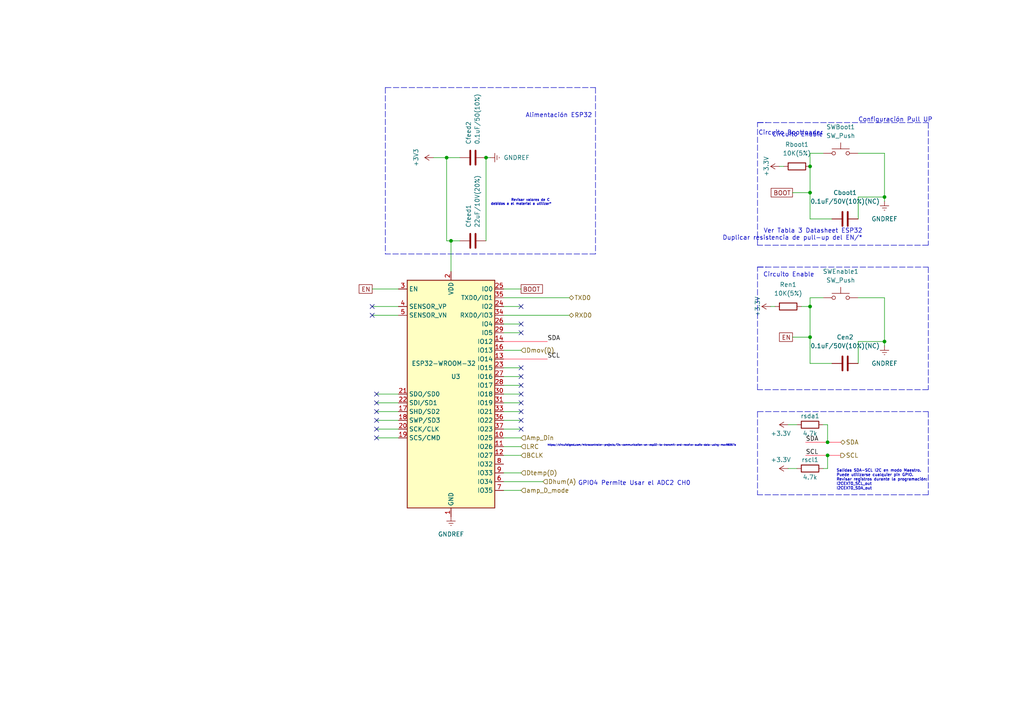
<source format=kicad_sch>
(kicad_sch (version 20211123) (generator eeschema)
  (paper "A4")
  (lib_symbols
    (symbol "+3.3V_1" (power) (pin_names (offset 0))
      (property "Value" "+3.3V_1" (at 0 3.556 0))
      (symbol "+3.3V_1_0_1"
        (polyline (pts (xy -0.762 1.27) (xy 0 2.54)))
        (polyline (pts (xy 0 0) (xy 0 2.54)))
        (polyline (pts (xy 0 2.54) (xy 0.762 1.27)))
      )
      (symbol "+3.3V_1_1_1"
        (pin power_in line (at 0 0 90) (length 0) hide (name "+3.3V") (number "1"))
      )
    )
    (symbol "Device:C" (pin_numbers hide) (pin_names (offset 0.254))
      (property "Reference" "C" (at 0.635 2.54 0))
      (property "Value" "C" (at 0.635 -2.54 0))
      (symbol "C_0_1"
        (polyline (pts (xy -2.032 -0.762) (xy 2.032 -0.762)) (stroke (width 0.508)))
        (polyline (pts (xy -2.032 0.762) (xy 2.032 0.762)) (stroke (width 0.508)))
      )
      (symbol "C_1_1"
        (pin passive line (at 0 3.81 270) (length 2.794) (name "~") (number "1"))
        (pin passive line (at 0 -3.81 90) (length 2.794) (name "~") (number "2"))
      )
    )
    (symbol "Device:R" (pin_numbers hide) (pin_names (offset 0))
      (property "Reference" "R" (at 2.032 0 90))
      (property "Value" "R" (at 0 0 90))
      (symbol "R_0_1"
        (rectangle (start -1.016 -2.54) (end 1.016 2.54) (stroke (width 0.254)))
      )
      (symbol "R_1_1"
        (pin passive line (at 0 3.81 270) (length 1.27) (name "~") (number "1"))
        (pin passive line (at 0 -3.81 90) (length 1.27) (name "~") (number "2"))
      )
    )
    (symbol "RF_Module:ESP32-WROOM-32"
      (property "Reference" "U" (at -12.7 34.29 0))
      (property "Value" "ESP32-WROOM-32" (at 1.27 34.29 0))
      (symbol "ESP32-WROOM-32_0_1"
        (rectangle (start -12.7 33.02) (end 12.7 -33.02) (stroke (width 0.254)) (fill (type background)))
      )
      (symbol "ESP32-WROOM-32_1_1"
        (pin power_in line (at 0 -35.56 90) (length 2.54) (name "GND") (number "1"))
        (pin bidirectional line (at 15.24 -12.7 180) (length 2.54) (name "IO25") (number "10"))
        (pin bidirectional line (at 15.24 -15.24 180) (length 2.54) (name "IO26") (number "11"))
        (pin bidirectional line (at 15.24 -17.78 180) (length 2.54) (name "IO27") (number "12"))
        (pin bidirectional line (at 15.24 10.16 180) (length 2.54) (name "IO14") (number "13"))
        (pin bidirectional line (at 15.24 15.24 180) (length 2.54) (name "IO12") (number "14"))
        (pin passive line (at 0 -35.56 90) (length 2.54) hide (name "GND") (number "15"))
        (pin bidirectional line (at 15.24 12.7 180) (length 2.54) (name "IO13") (number "16"))
        (pin bidirectional line (at -15.24 -5.08 0) (length 2.54) (name "SHD/SD2") (number "17"))
        (pin bidirectional line (at -15.24 -7.62 0) (length 2.54) (name "SWP/SD3") (number "18"))
        (pin bidirectional line (at -15.24 -12.7 0) (length 2.54) (name "SCS/CMD") (number "19"))
        (pin power_in line (at 0 35.56 270) (length 2.54) (name "VDD") (number "2"))
        (pin bidirectional line (at -15.24 -10.16 0) (length 2.54) (name "SCK/CLK") (number "20"))
        (pin bidirectional line (at -15.24 0 0) (length 2.54) (name "SDO/SD0") (number "21"))
        (pin bidirectional line (at -15.24 -2.54 0) (length 2.54) (name "SDI/SD1") (number "22"))
        (pin bidirectional line (at 15.24 7.62 180) (length 2.54) (name "IO15") (number "23"))
        (pin bidirectional line (at 15.24 25.4 180) (length 2.54) (name "IO2") (number "24"))
        (pin bidirectional line (at 15.24 30.48 180) (length 2.54) (name "IO0") (number "25"))
        (pin bidirectional line (at 15.24 20.32 180) (length 2.54) (name "IO4") (number "26"))
        (pin bidirectional line (at 15.24 5.08 180) (length 2.54) (name "IO16") (number "27"))
        (pin bidirectional line (at 15.24 2.54 180) (length 2.54) (name "IO17") (number "28"))
        (pin bidirectional line (at 15.24 17.78 180) (length 2.54) (name "IO5") (number "29"))
        (pin input line (at -15.24 30.48 0) (length 2.54) (name "EN") (number "3"))
        (pin bidirectional line (at 15.24 0 180) (length 2.54) (name "IO18") (number "30"))
        (pin bidirectional line (at 15.24 -2.54 180) (length 2.54) (name "IO19") (number "31"))
        (pin no_connect line (at -12.7 -27.94 0) (length 2.54) hide (name "NC") (number "32"))
        (pin bidirectional line (at 15.24 -5.08 180) (length 2.54) (name "IO21") (number "33"))
        (pin bidirectional line (at 15.24 22.86 180) (length 2.54) (name "RXD0/IO3") (number "34"))
        (pin bidirectional line (at 15.24 27.94 180) (length 2.54) (name "TXD0/IO1") (number "35"))
        (pin bidirectional line (at 15.24 -7.62 180) (length 2.54) (name "IO22") (number "36"))
        (pin bidirectional line (at 15.24 -10.16 180) (length 2.54) (name "IO23") (number "37"))
        (pin passive line (at 0 -35.56 90) (length 2.54) hide (name "GND") (number "38"))
        (pin passive line (at 0 -35.56 90) (length 2.54) hide (name "GND") (number "39"))
        (pin input line (at -15.24 25.4 0) (length 2.54) (name "SENSOR_VP") (number "4"))
        (pin input line (at -15.24 22.86 0) (length 2.54) (name "SENSOR_VN") (number "5"))
        (pin input line (at 15.24 -25.4 180) (length 2.54) (name "IO34") (number "6"))
        (pin input line (at 15.24 -27.94 180) (length 2.54) (name "IO35") (number "7"))
        (pin bidirectional line (at 15.24 -20.32 180) (length 2.54) (name "IO32") (number "8"))
        (pin bidirectional line (at 15.24 -22.86 180) (length 2.54) (name "IO33") (number "9"))
      )
    )
    (symbol "Switch:SW_Push" (pin_numbers hide) (pin_names (offset 1.016) hide)
      (property "Reference" "SW" (at 1.27 2.54 0))
      (property "Value" "SW_Push" (at 0 -1.524 0))
      (symbol "SW_Push_0_1"
        (circle (center -2.032 0) (radius 0.508))
        (polyline (pts (xy 0 1.27) (xy 0 3.048)))
        (polyline (pts (xy 2.54 1.27) (xy -2.54 1.27)))
        (circle (center 2.032 0) (radius 0.508))
        (pin passive line (at -5.08 0 0) (length 2.54) (name "1") (number "1"))
        (pin passive line (at 5.08 0 180) (length 2.54) (name "2") (number "2"))
      )
    )
    (symbol "power:+3.3V" (power) (pin_names (offset 0))
      (property "Value" "+3.3V" (at 0 3.556 0))
      (symbol "+3.3V_0_1"
        (polyline (pts (xy -0.762 1.27) (xy 0 2.54)))
        (polyline (pts (xy 0 0) (xy 0 2.54)))
        (polyline (pts (xy 0 2.54) (xy 0.762 1.27)))
      )
      (symbol "+3.3V_1_1"
        (pin power_in line (at 0 0 90) (length 0) hide (name "+3V3") (number "1"))
      )
    )
    (symbol "power:GNDREF" (power) (pin_names (offset 0))
      (property "Value" "GNDREF" (at 0 -3.81 0))
      (symbol "GNDREF_0_1"
        (polyline (pts (xy -0.635 -1.905) (xy 0.635 -1.905)))
        (polyline (pts (xy -0.127 -2.54) (xy 0.127 -2.54)))
        (polyline (pts (xy 0 -1.27) (xy 0 0)))
        (polyline (pts (xy 1.27 -1.27) (xy -1.27 -1.27)))
      )
      (symbol "GNDREF_1_1"
        (pin power_in line (at 0 0 270) (length 0) hide (name "GNDREF") (number "1"))
      )
    )
  )
  (junction (at 234.95 88.9))
  (junction (at 256.54 57.15))
  (junction (at 240.03 132.08))
  (junction (at 234.95 97.79))
  (junction (at 234.95 48.26))
  (junction (at 256.54 99.06))
  (junction (at 234.95 55.88))
  (junction (at 140.97 45.72))
  (junction (at 240.03 128.27))
  (junction (at 129.54 45.72))
  (junction (at 130.81 69.85))
  (no_connect (at 151.13 121.92))
  (no_connect (at 151.13 124.46))
  (no_connect (at 151.13 88.9))
  (no_connect (at 151.13 93.98))
  (no_connect (at 151.13 96.52))
  (no_connect (at 151.13 116.84))
  (no_connect (at 151.13 114.3))
  (no_connect (at 151.13 111.76))
  (no_connect (at 151.13 109.22))
  (no_connect (at 151.13 106.68))
  (no_connect (at 151.13 119.38))
  (no_connect (at 109.22 121.92))
  (no_connect (at 109.22 127))
  (no_connect (at 109.22 124.46))
  (no_connect (at 107.95 91.44))
  (no_connect (at 107.95 88.9))
  (no_connect (at 109.22 119.38))
  (no_connect (at 109.22 116.84))
  (no_connect (at 109.22 114.3))
  (wire (pts (xy 248.92 44.45) (xy 256.54 44.45)))
  (wire (pts (xy 130.81 69.85) (xy 130.81 78.74)))
  (wire (pts (xy 146.05 114.3) (xy 151.13 114.3)))
  (wire (pts (xy 240.03 132.08) (xy 243.84 132.08)) (stroke (width 0) (color 255 40 67 1)))
  (wire (pts (xy 107.95 83.82) (xy 115.57 83.82)))
  (polyline (pts (xy 172.72 73.66) (xy 111.76 73.66)))
  (wire (pts (xy 234.95 97.79) (xy 234.95 105.41)))
  (polyline (pts (xy 219.71 113.03) (xy 219.71 77.47)))
  (wire (pts (xy 256.54 86.36) (xy 256.54 99.06)))
  (wire (pts (xy 256.54 44.45) (xy 256.54 57.15)))
  (wire (pts (xy 146.05 99.06) (xy 158.75 99.06)) (stroke (width 0) (color 255 40 67 1)))
  (polyline (pts (xy 219.71 35.56) (xy 222.25 35.56)))
  (wire (pts (xy 228.6 123.19) (xy 231.14 123.19)))
  (wire (pts (xy 125.73 45.72) (xy 129.54 45.72)))
  (wire (pts (xy 109.22 121.92) (xy 115.57 121.92)))
  (wire (pts (xy 238.76 123.19) (xy 240.03 123.19)))
  (wire (pts (xy 234.95 44.45) (xy 238.76 44.45)))
  (wire (pts (xy 234.95 88.9) (xy 234.95 97.79)))
  (wire (pts (xy 109.22 116.84) (xy 115.57 116.84)))
  (wire (pts (xy 232.41 88.9) (xy 234.95 88.9)))
  (wire (pts (xy 142.24 45.72) (xy 140.97 45.72)))
  (polyline (pts (xy 219.71 77.47) (xy 222.25 77.47)))
  (wire (pts (xy 234.95 86.36) (xy 238.76 86.36)))
  (wire (pts (xy 146.05 106.68) (xy 151.13 106.68)))
  (polyline (pts (xy 269.24 71.12) (xy 219.71 71.12)))
  (wire (pts (xy 109.22 114.3) (xy 115.57 114.3)))
  (wire (pts (xy 146.05 142.24) (xy 151.13 142.24)))
  (wire (pts (xy 234.95 44.45) (xy 234.95 48.26)))
  (polyline (pts (xy 111.76 25.4) (xy 172.72 25.4)))
  (wire (pts (xy 146.05 109.22) (xy 151.13 109.22)))
  (wire (pts (xy 146.05 96.52) (xy 151.13 96.52)))
  (polyline (pts (xy 111.76 25.4) (xy 111.76 73.66)))
  (polyline (pts (xy 172.72 25.4) (xy 172.72 73.66)))
  (wire (pts (xy 229.87 55.88) (xy 234.95 55.88)))
  (wire (pts (xy 238.76 135.89) (xy 240.03 135.89)))
  (wire (pts (xy 129.54 69.85) (xy 129.54 45.72)))
  (wire (pts (xy 248.92 86.36) (xy 256.54 86.36)))
  (wire (pts (xy 240.03 123.19) (xy 240.03 128.27)))
  (polyline (pts (xy 269.24 35.56) (xy 269.24 71.12)))
  (wire (pts (xy 240.03 135.89) (xy 240.03 132.08)))
  (wire (pts (xy 240.03 128.27) (xy 243.84 128.27)) (stroke (width 0) (color 255 40 67 1)))
  (polyline (pts (xy 219.71 77.47) (xy 269.24 77.47)))
  (polyline (pts (xy 269.24 77.47) (xy 269.24 113.03)))
  (wire (pts (xy 223.52 88.9) (xy 224.79 88.9)))
  (wire (pts (xy 107.95 88.9) (xy 115.57 88.9)))
  (wire (pts (xy 234.95 55.88) (xy 234.95 63.5)))
  (wire (pts (xy 228.6 135.89) (xy 231.14 135.89)))
  (wire (pts (xy 107.95 91.44) (xy 115.57 91.44)))
  (polyline (pts (xy 219.71 119.38) (xy 219.71 143.51)))
  (wire (pts (xy 146.05 88.9) (xy 151.13 88.9)))
  (polyline (pts (xy 269.24 119.38) (xy 269.24 143.51)))
  (polyline (pts (xy 219.71 119.38) (xy 269.24 119.38)))
  (wire (pts (xy 234.95 86.36) (xy 234.95 88.9)))
  (wire (pts (xy 234.95 63.5) (xy 241.3 63.5)))
  (wire (pts (xy 226.06 48.26) (xy 227.33 48.26)))
  (wire (pts (xy 129.54 69.85) (xy 130.81 69.85)))
  (wire (pts (xy 146.05 121.92) (xy 151.13 121.92)))
  (wire (pts (xy 256.54 57.15) (xy 256.54 58.42)))
  (wire (pts (xy 248.92 57.15) (xy 256.54 57.15)))
  (wire (pts (xy 109.22 119.38) (xy 115.57 119.38)))
  (wire (pts (xy 146.05 119.38) (xy 151.13 119.38)))
  (wire (pts (xy 146.05 124.46) (xy 151.13 124.46)))
  (wire (pts (xy 146.05 116.84) (xy 151.13 116.84)))
  (wire (pts (xy 109.22 124.46) (xy 115.57 124.46)))
  (wire (pts (xy 146.05 127) (xy 151.13 127)))
  (wire (pts (xy 146.05 83.82) (xy 151.13 83.82)))
  (wire (pts (xy 234.95 48.26) (xy 234.95 55.88)))
  (wire (pts (xy 146.05 132.08) (xy 151.13 132.08)))
  (wire (pts (xy 233.68 132.08) (xy 240.03 132.08)) (stroke (width 0) (color 255 40 67 1)))
  (wire (pts (xy 133.35 45.72) (xy 129.54 45.72)))
  (wire (pts (xy 109.22 127) (xy 115.57 127)))
  (wire (pts (xy 146.05 139.7) (xy 157.48 139.7)))
  (wire (pts (xy 233.68 128.27) (xy 240.03 128.27)) (stroke (width 0) (color 255 40 67 1)))
  (polyline (pts (xy 219.71 35.56) (xy 269.24 35.56)))
  (wire (pts (xy 229.87 97.79) (xy 234.95 97.79)))
  (wire (pts (xy 146.05 91.44) (xy 165.1 91.44)))
  (wire (pts (xy 146.05 104.14) (xy 158.75 104.14)) (stroke (width 0) (color 255 40 67 1)))
  (wire (pts (xy 146.05 111.76) (xy 151.13 111.76)))
  (wire (pts (xy 146.05 137.16) (xy 151.13 137.16)))
  (wire (pts (xy 234.95 105.41) (xy 241.3 105.41)))
  (polyline (pts (xy 269.24 143.51) (xy 219.71 143.51)))
  (wire (pts (xy 248.92 63.5) (xy 248.92 57.15)))
  (wire (pts (xy 140.97 69.85) (xy 140.97 45.72)))
  (wire (pts (xy 248.92 99.06) (xy 256.54 99.06)))
  (wire (pts (xy 248.92 105.41) (xy 248.92 99.06)))
  (polyline (pts (xy 269.24 113.03) (xy 219.71 113.03)))
  (polyline (pts (xy 219.71 71.12) (xy 219.71 35.56)))
  (wire (pts (xy 146.05 86.36) (xy 165.1 86.36)))
  (wire (pts (xy 256.54 99.06) (xy 256.54 100.33)))
  (wire (pts (xy 146.05 129.54) (xy 151.13 129.54)))
  (wire (pts (xy 146.05 93.98) (xy 151.13 93.98)))
  (wire (pts (xy 130.81 69.85) (xy 133.35 69.85)))
  (wire (pts (xy 146.05 101.6) (xy 151.13 101.6)))
  (text "Alimentación ESP32\n" (at 152.4 34.29 0) (effects (font (size 1.27 1.27)) (justify left bottom)))
  (text "Circuito Enable\n\n" (at 236.22 82.55 180) (effects (font (size 1.27 1.27)) (justify right bottom)))
  (text "https://circuitdigest.com/microcontroller-projects/i2s-communication-on-esp32-to-transmit-and-receive-audio-data-using-max98357a" (at 158.75 129.54 0) (effects (font (size 0.5 0.5)) (justify left bottom)))
  (text "Ver Tabla 3 Datasheet ESP32\nDuplicar resistencia de pull-up del EN/*" (at 250.19 69.85 180) (effects (font (size 1.27 1.27)) (justify right bottom)))
  (text "Circuito Enable\n\n" (at 238.76 41.91 180) (effects (font (size 1.27 1.27)) (justify right bottom)))
  (text "GPIO4 Permite Usar el ADC2 CH0\n" (at 167.64 140.97 0) (effects (font (size 1.27 1.27)) (justify left bottom)))
  (text "Configuración Pull UP\n" (at 270.51 35.56 180) (effects (font (size 1.27 1.27)) (justify right bottom)))
  (text "Circuito Bootloader\n" (at 238.76 39.37 180) (effects (font (size 1.27 1.27)) (justify right bottom)))
  (text "Revisar valores de C \ndebidos a el material a utilizar*\n" (at 160.02 59.69 180) (effects (font (size 0.7 0.7)) (justify right bottom)))
  (text "Salidas SDA-SCL I2C en modo Maestro.\nPuede utilizarse cualquier pin GPIO.\nRevisar registros durante la programación:\nI2CEXT0_SCL_out\nI2CEXT0_SDA_out" (at 242.57 142.24 0) (effects (font (size 0.8 0.8)) (justify left bottom)))
  (label "SCL" (at 233.68 132.08 0))
  (label "SDA" (at 158.75 99.06 0))
  (label "SDA" (at 233.68 128.27 0))
  (label "SCL" (at 158.75 104.14 0))
  (global_label "BOOT" (shape passive) (at 229.87 55.88 180) (property "Intersheet References" "${INTERSHEET_REFS}" (effects hide)))
  (global_label "EN" (shape passive) (at 107.95 83.82 180) (property "Intersheet References" "${INTERSHEET_REFS}" (effects hide)))
  (global_label "BOOT" (shape passive) (at 151.13 83.82 0) (property "Intersheet References" "${INTERSHEET_REFS}" (effects hide)))
  (global_label "EN" (shape passive) (at 229.87 97.79 180) (property "Intersheet References" "${INTERSHEET_REFS}" (effects hide)))
  (hierarchical_label "amp_D_mode" (shape input) (at 151.13 142.24 0))
  (hierarchical_label "BCLK" (shape input) (at 151.13 132.08 0))
  (hierarchical_label "TXD0" (shape bidirectional) (at 165.1 86.36 0))
  (hierarchical_label "Dhum(A)" (shape input) (at 157.48 139.7 0))
  (hierarchical_label "LRC" (shape input) (at 151.13 129.54 0))
  (hierarchical_label "RXD0" (shape bidirectional) (at 165.1 91.44 0))
  (hierarchical_label "SCL" (shape output) (at 243.84 132.08 0))
  (hierarchical_label "Dmov(D)" (shape input) (at 151.13 101.6 0))
  (hierarchical_label "Amp_Din" (shape input) (at 151.13 127 0))
  (hierarchical_label "SDA" (shape bidirectional) (at 243.84 128.27 0))
  (hierarchical_label "Dtemp(D)" (shape input) (at 151.13 137.16 0))
  (symbol (lib_id "power:GNDREF") (at 256.54 58.42 0) (unit 1)
    (property "Reference" "#PWR0115" (effects hide))
    (property "Value" "GNDREF" (at 256.54 63.5 0))
  )
  (symbol (lib_id "power:GNDREF") (at 256.54 100.33 0) (unit 1)
    (property "Reference" "#PWR0129" (effects hide))
    (property "Value" "GNDREF" (at 256.54 105.41 0))
  )
  (symbol (lib_name "+3.3V_1") (lib_id "power:+3.3V") (at 226.06 48.26 90) (unit 1)
    (property "Reference" "#PWR0114" (effects hide))
    (property "Value" "+3.3V" (at 222.25 48.26 0))
  )
  (symbol (lib_id "Device:R") (at 228.6 88.9 90) (unit 1)
    (property "Reference" "Ren1" (at 228.6 82.55 90))
    (property "Value" "10K(5%)" (at 228.6 85.09 90))
    (property "Footprint" "Resistor_SMD:R_0805_2012Metric_Pad1.20x1.40mm_HandSolder" (effects hide))
  )
  (symbol (lib_id "Switch:SW_Push") (at 243.84 44.45 0) (unit 1)
    (property "Reference" "SWBoot1" (at 243.84 36.83 0))
    (property "Value" "SW_Push" (at 243.84 39.37 0))
    (property "Footprint" "Button_Switch_SMD:SW_Push_1P1T_NO_6x6mm_H9.5mm" (effects hide))
  )
  (symbol (lib_id "Device:C") (at 245.11 105.41 90) (unit 1)
    (property "Reference" "Cen2" (at 245.11 97.79 90))
    (property "Value" "0.1uF/50V(10%)(NC)" (at 245.11 100.33 90))
    (property "Footprint" "Capacitor_SMD:C_0805_2012Metric_Pad1.18x1.45mm_HandSolder" (effects hide))
  )
  (symbol (lib_id "Device:C") (at 137.16 45.72 270) (unit 1)
    (property "Reference" "Cfeed2" (at 135.8899 41.91 0) (effects (justify right)))
    (property "Value" "0.1uF/50(10%)" (at 138.4299 41.91 0) (effects (justify right)))
    (property "Footprint" "Capacitor_SMD:C_0805_2012Metric_Pad1.18x1.45mm_HandSolder" (effects hide))
  )
  (symbol (lib_id "power:+3.3V") (at 125.73 45.72 90) (unit 1)
    (property "Reference" "#PWR0111" (effects hide))
    (property "Value" "+3.3V" (at 120.65 45.72 0))
  )
  (symbol (lib_name "+3.3V_1") (lib_id "power:+3.3V") (at 228.6 135.89 90) (unit 1)
    (property "Reference" "#PWR0141" (effects hide))
    (property "Value" "+3.3V" (at 223.52 133.35 90) (effects (justify right)))
  )
  (symbol (lib_id "Switch:SW_Push") (at 243.84 86.36 0) (unit 1)
    (property "Reference" "SWEnable1" (at 243.84 78.74 0))
    (property "Value" "SW_Push" (at 243.84 81.28 0))
    (property "Footprint" "Button_Switch_SMD:SW_Push_1P1T_NO_6x6mm_H9.5mm" (effects hide))
  )
  (symbol (lib_id "power:GNDREF") (at 142.24 45.72 90) (unit 1)
    (property "Reference" "#PWR0110" (effects hide))
    (property "Value" "GNDREF" (at 146.05 45.7199 90) (effects (justify right)))
  )
  (symbol (lib_id "power:GNDREF") (at 130.81 149.86 0) (unit 1)
    (property "Reference" "#PWR0112" (effects hide))
    (property "Value" "GNDREF" (at 130.81 154.94 0))
  )
  (symbol (lib_id "Device:R") (at 231.14 48.26 90) (unit 1)
    (property "Reference" "Rboot1" (at 231.14 41.91 90))
    (property "Value" "10K(5%)" (at 231.14 44.45 90))
    (property "Footprint" "Resistor_SMD:R_0805_2012Metric_Pad1.20x1.40mm_HandSolder" (effects hide))
  )
  (symbol (lib_name "+3.3V_1") (lib_id "power:+3.3V") (at 223.52 88.9 90) (unit 1)
    (property "Reference" "#PWR0113" (effects hide))
    (property "Value" "+3.3V" (at 219.71 88.9 0))
  )
  (symbol (lib_id "Device:R") (at 234.95 135.89 90) (unit 1)
    (property "Reference" "rscl1" (at 234.95 133.35 90))
    (property "Value" "4.7k" (at 234.95 138.43 90))
    (property "Footprint" "Resistor_SMD:R_0805_2012Metric_Pad1.20x1.40mm_HandSolder" (effects hide))
  )
  (symbol (lib_id "Device:C") (at 137.16 69.85 90) (unit 1)
    (property "Reference" "Cfeed1" (at 135.8899 66.04 0) (effects (justify left)))
    (property "Value" "22uF/10V(20%)" (at 138.4299 66.04 0) (effects (justify left)))
    (property "Footprint" "Capacitor_SMD:C_0805_2012Metric_Pad1.18x1.45mm_HandSolder" (effects hide))
  )
  (symbol (lib_id "Device:C") (at 245.11 63.5 90) (unit 1)
    (property "Reference" "Cboot1" (at 245.11 55.88 90))
    (property "Value" "0.1uF/50V(10%)(NC)" (at 245.11 58.42 90))
    (property "Footprint" "Capacitor_SMD:C_0805_2012Metric_Pad1.18x1.45mm_HandSolder" (effects hide))
  )
  (symbol (lib_id "Device:R") (at 234.95 123.19 90) (unit 1)
    (property "Reference" "rsda1" (at 234.95 120.65 90))
    (property "Value" "4.7k" (at 234.95 125.73 90))
    (property "Footprint" "Resistor_SMD:R_0805_2012Metric_Pad1.20x1.40mm_HandSolder" (effects hide))
  )
  (symbol (lib_name "+3.3V_1") (lib_id "power:+3.3V") (at 228.6 123.19 90) (unit 1)
    (property "Reference" "#PWR0142" (effects hide))
    (property "Value" "+3.3V" (at 223.52 125.73 90) (effects (justify right)))
  )
  (symbol (lib_id "RF_Module:ESP32-WROOM-32") (at 130.81 114.3 0) (unit 1)
    (property "Reference" "U3" (at 130.81 109.22 0) (effects (justify left)))
    (property "Value" "ESP32-WROOM-32" (at 119.38 105.41 0) (effects (justify left)))
    (property "Footprint" "RF_Module:ESP32-WROOM-32" (effects hide))
    (property "Datasheet" "https://www.espressif.com/sites/default/files/documentation/esp32-wroom-32_datasheet_en.pdf" (effects hide))
  )
)
</source>
